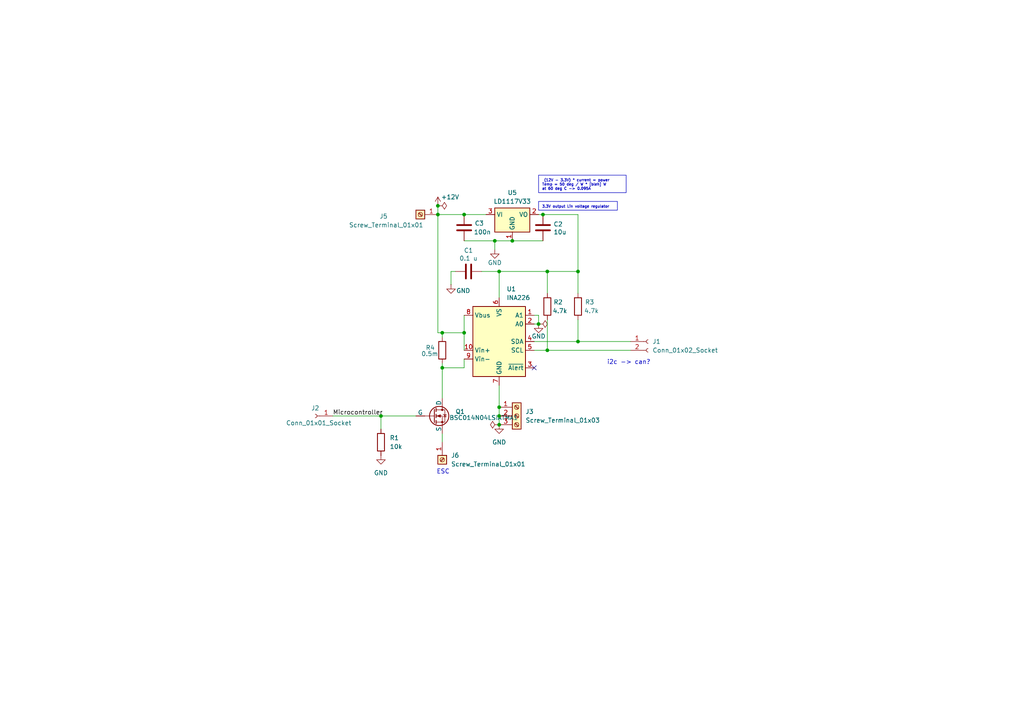
<source format=kicad_sch>
(kicad_sch
	(version 20250114)
	(generator "eeschema")
	(generator_version "9.0")
	(uuid "9c92b2d3-49aa-4246-8ad6-e420cc86bd14")
	(paper "A4")
	(lib_symbols
		(symbol "Connector:Conn_01x01_Socket"
			(pin_names
				(offset 1.016)
				(hide yes)
			)
			(exclude_from_sim no)
			(in_bom yes)
			(on_board yes)
			(property "Reference" "J"
				(at 0 2.54 0)
				(effects
					(font
						(size 1.27 1.27)
					)
				)
			)
			(property "Value" "Conn_01x01_Socket"
				(at 0 -2.54 0)
				(effects
					(font
						(size 1.27 1.27)
					)
				)
			)
			(property "Footprint" ""
				(at 0 0 0)
				(effects
					(font
						(size 1.27 1.27)
					)
					(hide yes)
				)
			)
			(property "Datasheet" "~"
				(at 0 0 0)
				(effects
					(font
						(size 1.27 1.27)
					)
					(hide yes)
				)
			)
			(property "Description" "Generic connector, single row, 01x01, script generated"
				(at 0 0 0)
				(effects
					(font
						(size 1.27 1.27)
					)
					(hide yes)
				)
			)
			(property "ki_locked" ""
				(at 0 0 0)
				(effects
					(font
						(size 1.27 1.27)
					)
				)
			)
			(property "ki_keywords" "connector"
				(at 0 0 0)
				(effects
					(font
						(size 1.27 1.27)
					)
					(hide yes)
				)
			)
			(property "ki_fp_filters" "Connector*:*_1x??_*"
				(at 0 0 0)
				(effects
					(font
						(size 1.27 1.27)
					)
					(hide yes)
				)
			)
			(symbol "Conn_01x01_Socket_1_1"
				(polyline
					(pts
						(xy -1.27 0) (xy -0.508 0)
					)
					(stroke
						(width 0.1524)
						(type default)
					)
					(fill
						(type none)
					)
				)
				(arc
					(start 0 -0.508)
					(mid -0.5058 0)
					(end 0 0.508)
					(stroke
						(width 0.1524)
						(type default)
					)
					(fill
						(type none)
					)
				)
				(pin passive line
					(at -5.08 0 0)
					(length 3.81)
					(name "Pin_1"
						(effects
							(font
								(size 1.27 1.27)
							)
						)
					)
					(number "1"
						(effects
							(font
								(size 1.27 1.27)
							)
						)
					)
				)
			)
			(embedded_fonts no)
		)
		(symbol "Connector:Conn_01x02_Socket"
			(pin_names
				(offset 1.016)
				(hide yes)
			)
			(exclude_from_sim no)
			(in_bom yes)
			(on_board yes)
			(property "Reference" "J"
				(at 0 2.54 0)
				(effects
					(font
						(size 1.27 1.27)
					)
				)
			)
			(property "Value" "Conn_01x02_Socket"
				(at 0 -5.08 0)
				(effects
					(font
						(size 1.27 1.27)
					)
				)
			)
			(property "Footprint" ""
				(at 0 0 0)
				(effects
					(font
						(size 1.27 1.27)
					)
					(hide yes)
				)
			)
			(property "Datasheet" "~"
				(at 0 0 0)
				(effects
					(font
						(size 1.27 1.27)
					)
					(hide yes)
				)
			)
			(property "Description" "Generic connector, single row, 01x02, script generated"
				(at 0 0 0)
				(effects
					(font
						(size 1.27 1.27)
					)
					(hide yes)
				)
			)
			(property "ki_locked" ""
				(at 0 0 0)
				(effects
					(font
						(size 1.27 1.27)
					)
				)
			)
			(property "ki_keywords" "connector"
				(at 0 0 0)
				(effects
					(font
						(size 1.27 1.27)
					)
					(hide yes)
				)
			)
			(property "ki_fp_filters" "Connector*:*_1x??_*"
				(at 0 0 0)
				(effects
					(font
						(size 1.27 1.27)
					)
					(hide yes)
				)
			)
			(symbol "Conn_01x02_Socket_1_1"
				(polyline
					(pts
						(xy -1.27 0) (xy -0.508 0)
					)
					(stroke
						(width 0.1524)
						(type default)
					)
					(fill
						(type none)
					)
				)
				(polyline
					(pts
						(xy -1.27 -2.54) (xy -0.508 -2.54)
					)
					(stroke
						(width 0.1524)
						(type default)
					)
					(fill
						(type none)
					)
				)
				(arc
					(start 0 -0.508)
					(mid -0.5058 0)
					(end 0 0.508)
					(stroke
						(width 0.1524)
						(type default)
					)
					(fill
						(type none)
					)
				)
				(arc
					(start 0 -3.048)
					(mid -0.5058 -2.54)
					(end 0 -2.032)
					(stroke
						(width 0.1524)
						(type default)
					)
					(fill
						(type none)
					)
				)
				(pin passive line
					(at -5.08 0 0)
					(length 3.81)
					(name "Pin_1"
						(effects
							(font
								(size 1.27 1.27)
							)
						)
					)
					(number "1"
						(effects
							(font
								(size 1.27 1.27)
							)
						)
					)
				)
				(pin passive line
					(at -5.08 -2.54 0)
					(length 3.81)
					(name "Pin_2"
						(effects
							(font
								(size 1.27 1.27)
							)
						)
					)
					(number "2"
						(effects
							(font
								(size 1.27 1.27)
							)
						)
					)
				)
			)
			(embedded_fonts no)
		)
		(symbol "Connector:Screw_Terminal_01x01"
			(pin_names
				(offset 1.016)
				(hide yes)
			)
			(exclude_from_sim no)
			(in_bom yes)
			(on_board yes)
			(property "Reference" "J"
				(at 0 2.54 0)
				(effects
					(font
						(size 1.27 1.27)
					)
				)
			)
			(property "Value" "Screw_Terminal_01x01"
				(at 0 -2.54 0)
				(effects
					(font
						(size 1.27 1.27)
					)
				)
			)
			(property "Footprint" ""
				(at 0 0 0)
				(effects
					(font
						(size 1.27 1.27)
					)
					(hide yes)
				)
			)
			(property "Datasheet" "~"
				(at 0 0 0)
				(effects
					(font
						(size 1.27 1.27)
					)
					(hide yes)
				)
			)
			(property "Description" "Generic screw terminal, single row, 01x01, script generated (kicad-library-utils/schlib/autogen/connector/)"
				(at 0 0 0)
				(effects
					(font
						(size 1.27 1.27)
					)
					(hide yes)
				)
			)
			(property "ki_keywords" "screw terminal"
				(at 0 0 0)
				(effects
					(font
						(size 1.27 1.27)
					)
					(hide yes)
				)
			)
			(property "ki_fp_filters" "TerminalBlock*:*"
				(at 0 0 0)
				(effects
					(font
						(size 1.27 1.27)
					)
					(hide yes)
				)
			)
			(symbol "Screw_Terminal_01x01_1_1"
				(rectangle
					(start -1.27 1.27)
					(end 1.27 -1.27)
					(stroke
						(width 0.254)
						(type default)
					)
					(fill
						(type background)
					)
				)
				(polyline
					(pts
						(xy -0.5334 0.3302) (xy 0.3302 -0.508)
					)
					(stroke
						(width 0.1524)
						(type default)
					)
					(fill
						(type none)
					)
				)
				(polyline
					(pts
						(xy -0.3556 0.508) (xy 0.508 -0.3302)
					)
					(stroke
						(width 0.1524)
						(type default)
					)
					(fill
						(type none)
					)
				)
				(circle
					(center 0 0)
					(radius 0.635)
					(stroke
						(width 0.1524)
						(type default)
					)
					(fill
						(type none)
					)
				)
				(pin passive line
					(at -5.08 0 0)
					(length 3.81)
					(name "Pin_1"
						(effects
							(font
								(size 1.27 1.27)
							)
						)
					)
					(number "1"
						(effects
							(font
								(size 1.27 1.27)
							)
						)
					)
				)
			)
			(embedded_fonts no)
		)
		(symbol "Connector:Screw_Terminal_01x03"
			(pin_names
				(offset 1.016)
				(hide yes)
			)
			(exclude_from_sim no)
			(in_bom yes)
			(on_board yes)
			(property "Reference" "J"
				(at 0 5.08 0)
				(effects
					(font
						(size 1.27 1.27)
					)
				)
			)
			(property "Value" "Screw_Terminal_01x03"
				(at 0 -5.08 0)
				(effects
					(font
						(size 1.27 1.27)
					)
				)
			)
			(property "Footprint" ""
				(at 0 0 0)
				(effects
					(font
						(size 1.27 1.27)
					)
					(hide yes)
				)
			)
			(property "Datasheet" "~"
				(at 0 0 0)
				(effects
					(font
						(size 1.27 1.27)
					)
					(hide yes)
				)
			)
			(property "Description" "Generic screw terminal, single row, 01x03, script generated (kicad-library-utils/schlib/autogen/connector/)"
				(at 0 0 0)
				(effects
					(font
						(size 1.27 1.27)
					)
					(hide yes)
				)
			)
			(property "ki_keywords" "screw terminal"
				(at 0 0 0)
				(effects
					(font
						(size 1.27 1.27)
					)
					(hide yes)
				)
			)
			(property "ki_fp_filters" "TerminalBlock*:*"
				(at 0 0 0)
				(effects
					(font
						(size 1.27 1.27)
					)
					(hide yes)
				)
			)
			(symbol "Screw_Terminal_01x03_1_1"
				(rectangle
					(start -1.27 3.81)
					(end 1.27 -3.81)
					(stroke
						(width 0.254)
						(type default)
					)
					(fill
						(type background)
					)
				)
				(polyline
					(pts
						(xy -0.5334 2.8702) (xy 0.3302 2.032)
					)
					(stroke
						(width 0.1524)
						(type default)
					)
					(fill
						(type none)
					)
				)
				(polyline
					(pts
						(xy -0.5334 0.3302) (xy 0.3302 -0.508)
					)
					(stroke
						(width 0.1524)
						(type default)
					)
					(fill
						(type none)
					)
				)
				(polyline
					(pts
						(xy -0.5334 -2.2098) (xy 0.3302 -3.048)
					)
					(stroke
						(width 0.1524)
						(type default)
					)
					(fill
						(type none)
					)
				)
				(polyline
					(pts
						(xy -0.3556 3.048) (xy 0.508 2.2098)
					)
					(stroke
						(width 0.1524)
						(type default)
					)
					(fill
						(type none)
					)
				)
				(polyline
					(pts
						(xy -0.3556 0.508) (xy 0.508 -0.3302)
					)
					(stroke
						(width 0.1524)
						(type default)
					)
					(fill
						(type none)
					)
				)
				(polyline
					(pts
						(xy -0.3556 -2.032) (xy 0.508 -2.8702)
					)
					(stroke
						(width 0.1524)
						(type default)
					)
					(fill
						(type none)
					)
				)
				(circle
					(center 0 2.54)
					(radius 0.635)
					(stroke
						(width 0.1524)
						(type default)
					)
					(fill
						(type none)
					)
				)
				(circle
					(center 0 0)
					(radius 0.635)
					(stroke
						(width 0.1524)
						(type default)
					)
					(fill
						(type none)
					)
				)
				(circle
					(center 0 -2.54)
					(radius 0.635)
					(stroke
						(width 0.1524)
						(type default)
					)
					(fill
						(type none)
					)
				)
				(pin passive line
					(at -5.08 2.54 0)
					(length 3.81)
					(name "Pin_1"
						(effects
							(font
								(size 1.27 1.27)
							)
						)
					)
					(number "1"
						(effects
							(font
								(size 1.27 1.27)
							)
						)
					)
				)
				(pin passive line
					(at -5.08 0 0)
					(length 3.81)
					(name "Pin_2"
						(effects
							(font
								(size 1.27 1.27)
							)
						)
					)
					(number "2"
						(effects
							(font
								(size 1.27 1.27)
							)
						)
					)
				)
				(pin passive line
					(at -5.08 -2.54 0)
					(length 3.81)
					(name "Pin_3"
						(effects
							(font
								(size 1.27 1.27)
							)
						)
					)
					(number "3"
						(effects
							(font
								(size 1.27 1.27)
							)
						)
					)
				)
			)
			(embedded_fonts no)
		)
		(symbol "Device:C"
			(pin_numbers
				(hide yes)
			)
			(pin_names
				(offset 0.254)
			)
			(exclude_from_sim no)
			(in_bom yes)
			(on_board yes)
			(property "Reference" "C"
				(at 0.635 2.54 0)
				(effects
					(font
						(size 1.27 1.27)
					)
					(justify left)
				)
			)
			(property "Value" "C"
				(at 0.635 -2.54 0)
				(effects
					(font
						(size 1.27 1.27)
					)
					(justify left)
				)
			)
			(property "Footprint" ""
				(at 0.9652 -3.81 0)
				(effects
					(font
						(size 1.27 1.27)
					)
					(hide yes)
				)
			)
			(property "Datasheet" "~"
				(at 0 0 0)
				(effects
					(font
						(size 1.27 1.27)
					)
					(hide yes)
				)
			)
			(property "Description" "Unpolarized capacitor"
				(at 0 0 0)
				(effects
					(font
						(size 1.27 1.27)
					)
					(hide yes)
				)
			)
			(property "ki_keywords" "cap capacitor"
				(at 0 0 0)
				(effects
					(font
						(size 1.27 1.27)
					)
					(hide yes)
				)
			)
			(property "ki_fp_filters" "C_*"
				(at 0 0 0)
				(effects
					(font
						(size 1.27 1.27)
					)
					(hide yes)
				)
			)
			(symbol "C_0_1"
				(polyline
					(pts
						(xy -2.032 0.762) (xy 2.032 0.762)
					)
					(stroke
						(width 0.508)
						(type default)
					)
					(fill
						(type none)
					)
				)
				(polyline
					(pts
						(xy -2.032 -0.762) (xy 2.032 -0.762)
					)
					(stroke
						(width 0.508)
						(type default)
					)
					(fill
						(type none)
					)
				)
			)
			(symbol "C_1_1"
				(pin passive line
					(at 0 3.81 270)
					(length 2.794)
					(name "~"
						(effects
							(font
								(size 1.27 1.27)
							)
						)
					)
					(number "1"
						(effects
							(font
								(size 1.27 1.27)
							)
						)
					)
				)
				(pin passive line
					(at 0 -3.81 90)
					(length 2.794)
					(name "~"
						(effects
							(font
								(size 1.27 1.27)
							)
						)
					)
					(number "2"
						(effects
							(font
								(size 1.27 1.27)
							)
						)
					)
				)
			)
			(embedded_fonts no)
		)
		(symbol "Device:R"
			(pin_numbers
				(hide yes)
			)
			(pin_names
				(offset 0)
			)
			(exclude_from_sim no)
			(in_bom yes)
			(on_board yes)
			(property "Reference" "R"
				(at 2.032 0 90)
				(effects
					(font
						(size 1.27 1.27)
					)
				)
			)
			(property "Value" "R"
				(at 0 0 90)
				(effects
					(font
						(size 1.27 1.27)
					)
				)
			)
			(property "Footprint" ""
				(at -1.778 0 90)
				(effects
					(font
						(size 1.27 1.27)
					)
					(hide yes)
				)
			)
			(property "Datasheet" "~"
				(at 0 0 0)
				(effects
					(font
						(size 1.27 1.27)
					)
					(hide yes)
				)
			)
			(property "Description" "Resistor"
				(at 0 0 0)
				(effects
					(font
						(size 1.27 1.27)
					)
					(hide yes)
				)
			)
			(property "ki_keywords" "R res resistor"
				(at 0 0 0)
				(effects
					(font
						(size 1.27 1.27)
					)
					(hide yes)
				)
			)
			(property "ki_fp_filters" "R_*"
				(at 0 0 0)
				(effects
					(font
						(size 1.27 1.27)
					)
					(hide yes)
				)
			)
			(symbol "R_0_1"
				(rectangle
					(start -1.016 -2.54)
					(end 1.016 2.54)
					(stroke
						(width 0.254)
						(type default)
					)
					(fill
						(type none)
					)
				)
			)
			(symbol "R_1_1"
				(pin passive line
					(at 0 3.81 270)
					(length 1.27)
					(name "~"
						(effects
							(font
								(size 1.27 1.27)
							)
						)
					)
					(number "1"
						(effects
							(font
								(size 1.27 1.27)
							)
						)
					)
				)
				(pin passive line
					(at 0 -3.81 90)
					(length 1.27)
					(name "~"
						(effects
							(font
								(size 1.27 1.27)
							)
						)
					)
					(number "2"
						(effects
							(font
								(size 1.27 1.27)
							)
						)
					)
				)
			)
			(embedded_fonts no)
		)
		(symbol "Regulator_Linear:LD1117V33"
			(exclude_from_sim no)
			(in_bom yes)
			(on_board yes)
			(property "Reference" "U"
				(at -3.81 3.175 0)
				(effects
					(font
						(size 1.27 1.27)
					)
				)
			)
			(property "Value" "LD1117V33"
				(at 0 3.175 0)
				(effects
					(font
						(size 1.27 1.27)
					)
					(justify left)
				)
			)
			(property "Footprint" "Package_TO_SOT_THT:TO-220-3_Vertical"
				(at 0 5.08 0)
				(effects
					(font
						(size 1.27 1.27)
					)
					(hide yes)
				)
			)
			(property "Datasheet" "https://www.st.com/resource/en/datasheet/ld1117.pdf"
				(at 2.54 -6.35 0)
				(effects
					(font
						(size 1.27 1.27)
					)
					(hide yes)
				)
			)
			(property "Description" "800 mA Fixed Low Drop Positive Voltage Regulator (ldo). Max input 15V. Fixed Output 3.3V. TO-220-3"
				(at 0 0 0)
				(effects
					(font
						(size 1.27 1.27)
					)
					(hide yes)
				)
			)
			(property "ki_keywords" "low-dropout-regulator ldo"
				(at 0 0 0)
				(effects
					(font
						(size 1.27 1.27)
					)
					(hide yes)
				)
			)
			(property "ki_fp_filters" "*TO?220*"
				(at 0 0 0)
				(effects
					(font
						(size 1.27 1.27)
					)
					(hide yes)
				)
			)
			(symbol "LD1117V33_0_1"
				(rectangle
					(start -5.08 -5.08)
					(end 5.08 1.905)
					(stroke
						(width 0.254)
						(type default)
					)
					(fill
						(type background)
					)
				)
			)
			(symbol "LD1117V33_1_1"
				(pin power_in line
					(at -7.62 0 0)
					(length 2.54)
					(name "VI"
						(effects
							(font
								(size 1.27 1.27)
							)
						)
					)
					(number "3"
						(effects
							(font
								(size 1.27 1.27)
							)
						)
					)
				)
				(pin power_in line
					(at 0 -7.62 90)
					(length 2.54)
					(name "GND"
						(effects
							(font
								(size 1.27 1.27)
							)
						)
					)
					(number "1"
						(effects
							(font
								(size 1.27 1.27)
							)
						)
					)
				)
				(pin power_out line
					(at 7.62 0 180)
					(length 2.54)
					(name "VO"
						(effects
							(font
								(size 1.27 1.27)
							)
						)
					)
					(number "2"
						(effects
							(font
								(size 1.27 1.27)
							)
						)
					)
				)
			)
			(embedded_fonts no)
		)
		(symbol "Sensor_Energy:INA226"
			(exclude_from_sim no)
			(in_bom yes)
			(on_board yes)
			(property "Reference" "U"
				(at -6.35 11.43 0)
				(effects
					(font
						(size 1.27 1.27)
					)
				)
			)
			(property "Value" "INA226"
				(at 3.81 11.43 0)
				(effects
					(font
						(size 1.27 1.27)
					)
				)
			)
			(property "Footprint" "Package_SO:VSSOP-10_3x3mm_P0.5mm"
				(at 20.32 -11.43 0)
				(effects
					(font
						(size 1.27 1.27)
					)
					(hide yes)
				)
			)
			(property "Datasheet" "http://www.ti.com/lit/ds/symlink/ina226.pdf"
				(at 8.89 -2.54 0)
				(effects
					(font
						(size 1.27 1.27)
					)
					(hide yes)
				)
			)
			(property "Description" "High-Side or Low-Side Measurement, Bi-Directional Current and Power Monitor (0-36V) with I2C Compatible Interface, VSSOP-10"
				(at 0 0 0)
				(effects
					(font
						(size 1.27 1.27)
					)
					(hide yes)
				)
			)
			(property "ki_keywords" "ADC I2C 16-Bit Oversampling Current Shunt"
				(at 0 0 0)
				(effects
					(font
						(size 1.27 1.27)
					)
					(hide yes)
				)
			)
			(property "ki_fp_filters" "VSSOP*3x3mm*P0.5mm*"
				(at 0 0 0)
				(effects
					(font
						(size 1.27 1.27)
					)
					(hide yes)
				)
			)
			(symbol "INA226_0_1"
				(rectangle
					(start 7.62 10.16)
					(end -7.62 -10.16)
					(stroke
						(width 0.254)
						(type default)
					)
					(fill
						(type background)
					)
				)
			)
			(symbol "INA226_1_1"
				(pin input line
					(at -10.16 7.62 0)
					(length 2.54)
					(name "Vbus"
						(effects
							(font
								(size 1.27 1.27)
							)
						)
					)
					(number "8"
						(effects
							(font
								(size 1.27 1.27)
							)
						)
					)
				)
				(pin input line
					(at -10.16 -2.54 0)
					(length 2.54)
					(name "Vin+"
						(effects
							(font
								(size 1.27 1.27)
							)
						)
					)
					(number "10"
						(effects
							(font
								(size 1.27 1.27)
							)
						)
					)
				)
				(pin input line
					(at -10.16 -5.08 0)
					(length 2.54)
					(name "Vin-"
						(effects
							(font
								(size 1.27 1.27)
							)
						)
					)
					(number "9"
						(effects
							(font
								(size 1.27 1.27)
							)
						)
					)
				)
				(pin power_in line
					(at 0 12.7 270)
					(length 2.54)
					(name "VS"
						(effects
							(font
								(size 1.27 1.27)
							)
						)
					)
					(number "6"
						(effects
							(font
								(size 1.27 1.27)
							)
						)
					)
				)
				(pin power_in line
					(at 0 -12.7 90)
					(length 2.54)
					(name "GND"
						(effects
							(font
								(size 1.27 1.27)
							)
						)
					)
					(number "7"
						(effects
							(font
								(size 1.27 1.27)
							)
						)
					)
				)
				(pin input line
					(at 10.16 7.62 180)
					(length 2.54)
					(name "A1"
						(effects
							(font
								(size 1.27 1.27)
							)
						)
					)
					(number "1"
						(effects
							(font
								(size 1.27 1.27)
							)
						)
					)
				)
				(pin input line
					(at 10.16 5.08 180)
					(length 2.54)
					(name "A0"
						(effects
							(font
								(size 1.27 1.27)
							)
						)
					)
					(number "2"
						(effects
							(font
								(size 1.27 1.27)
							)
						)
					)
				)
				(pin bidirectional line
					(at 10.16 0 180)
					(length 2.54)
					(name "SDA"
						(effects
							(font
								(size 1.27 1.27)
							)
						)
					)
					(number "4"
						(effects
							(font
								(size 1.27 1.27)
							)
						)
					)
				)
				(pin input line
					(at 10.16 -2.54 180)
					(length 2.54)
					(name "SCL"
						(effects
							(font
								(size 1.27 1.27)
							)
						)
					)
					(number "5"
						(effects
							(font
								(size 1.27 1.27)
							)
						)
					)
				)
				(pin open_collector line
					(at 10.16 -7.62 180)
					(length 2.54)
					(name "~{Alert}"
						(effects
							(font
								(size 1.27 1.27)
							)
						)
					)
					(number "3"
						(effects
							(font
								(size 1.27 1.27)
							)
						)
					)
				)
			)
			(embedded_fonts no)
		)
		(symbol "Simulation_SPICE:NMOS"
			(pin_numbers
				(hide yes)
			)
			(pin_names
				(offset 0)
			)
			(exclude_from_sim no)
			(in_bom yes)
			(on_board yes)
			(property "Reference" "Q"
				(at 5.08 1.27 0)
				(effects
					(font
						(size 1.27 1.27)
					)
					(justify left)
				)
			)
			(property "Value" "NMOS"
				(at 5.08 -1.27 0)
				(effects
					(font
						(size 1.27 1.27)
					)
					(justify left)
				)
			)
			(property "Footprint" ""
				(at 5.08 2.54 0)
				(effects
					(font
						(size 1.27 1.27)
					)
					(hide yes)
				)
			)
			(property "Datasheet" "https://ngspice.sourceforge.io/docs/ngspice-html-manual/manual.xhtml#cha_MOSFETs"
				(at 0 -12.7 0)
				(effects
					(font
						(size 1.27 1.27)
					)
					(hide yes)
				)
			)
			(property "Description" "N-MOSFET transistor, drain/source/gate"
				(at 0 0 0)
				(effects
					(font
						(size 1.27 1.27)
					)
					(hide yes)
				)
			)
			(property "Sim.Device" "NMOS"
				(at 0 -17.145 0)
				(effects
					(font
						(size 1.27 1.27)
					)
					(hide yes)
				)
			)
			(property "Sim.Type" "VDMOS"
				(at 0 -19.05 0)
				(effects
					(font
						(size 1.27 1.27)
					)
					(hide yes)
				)
			)
			(property "Sim.Pins" "1=D 2=G 3=S"
				(at 0 -15.24 0)
				(effects
					(font
						(size 1.27 1.27)
					)
					(hide yes)
				)
			)
			(property "ki_keywords" "transistor NMOS N-MOS N-MOSFET simulation"
				(at 0 0 0)
				(effects
					(font
						(size 1.27 1.27)
					)
					(hide yes)
				)
			)
			(symbol "NMOS_0_1"
				(polyline
					(pts
						(xy 0.254 1.905) (xy 0.254 -1.905)
					)
					(stroke
						(width 0.254)
						(type default)
					)
					(fill
						(type none)
					)
				)
				(polyline
					(pts
						(xy 0.254 0) (xy -2.54 0)
					)
					(stroke
						(width 0)
						(type default)
					)
					(fill
						(type none)
					)
				)
				(polyline
					(pts
						(xy 0.762 2.286) (xy 0.762 1.27)
					)
					(stroke
						(width 0.254)
						(type default)
					)
					(fill
						(type none)
					)
				)
				(polyline
					(pts
						(xy 0.762 0.508) (xy 0.762 -0.508)
					)
					(stroke
						(width 0.254)
						(type default)
					)
					(fill
						(type none)
					)
				)
				(polyline
					(pts
						(xy 0.762 -1.27) (xy 0.762 -2.286)
					)
					(stroke
						(width 0.254)
						(type default)
					)
					(fill
						(type none)
					)
				)
				(polyline
					(pts
						(xy 0.762 -1.778) (xy 3.302 -1.778) (xy 3.302 1.778) (xy 0.762 1.778)
					)
					(stroke
						(width 0)
						(type default)
					)
					(fill
						(type none)
					)
				)
				(polyline
					(pts
						(xy 1.016 0) (xy 2.032 0.381) (xy 2.032 -0.381) (xy 1.016 0)
					)
					(stroke
						(width 0)
						(type default)
					)
					(fill
						(type outline)
					)
				)
				(circle
					(center 1.651 0)
					(radius 2.794)
					(stroke
						(width 0.254)
						(type default)
					)
					(fill
						(type none)
					)
				)
				(polyline
					(pts
						(xy 2.54 2.54) (xy 2.54 1.778)
					)
					(stroke
						(width 0)
						(type default)
					)
					(fill
						(type none)
					)
				)
				(circle
					(center 2.54 1.778)
					(radius 0.254)
					(stroke
						(width 0)
						(type default)
					)
					(fill
						(type outline)
					)
				)
				(circle
					(center 2.54 -1.778)
					(radius 0.254)
					(stroke
						(width 0)
						(type default)
					)
					(fill
						(type outline)
					)
				)
				(polyline
					(pts
						(xy 2.54 -2.54) (xy 2.54 0) (xy 0.762 0)
					)
					(stroke
						(width 0)
						(type default)
					)
					(fill
						(type none)
					)
				)
				(polyline
					(pts
						(xy 2.794 0.508) (xy 2.921 0.381) (xy 3.683 0.381) (xy 3.81 0.254)
					)
					(stroke
						(width 0)
						(type default)
					)
					(fill
						(type none)
					)
				)
				(polyline
					(pts
						(xy 3.302 0.381) (xy 2.921 -0.254) (xy 3.683 -0.254) (xy 3.302 0.381)
					)
					(stroke
						(width 0)
						(type default)
					)
					(fill
						(type none)
					)
				)
			)
			(symbol "NMOS_1_1"
				(pin input line
					(at -5.08 0 0)
					(length 2.54)
					(name "G"
						(effects
							(font
								(size 1.27 1.27)
							)
						)
					)
					(number "2"
						(effects
							(font
								(size 1.27 1.27)
							)
						)
					)
				)
				(pin passive line
					(at 2.54 5.08 270)
					(length 2.54)
					(name "D"
						(effects
							(font
								(size 1.27 1.27)
							)
						)
					)
					(number "1"
						(effects
							(font
								(size 1.27 1.27)
							)
						)
					)
				)
				(pin passive line
					(at 2.54 -5.08 90)
					(length 2.54)
					(name "S"
						(effects
							(font
								(size 1.27 1.27)
							)
						)
					)
					(number "3"
						(effects
							(font
								(size 1.27 1.27)
							)
						)
					)
				)
			)
			(embedded_fonts no)
		)
		(symbol "power:+12V"
			(power)
			(pin_numbers
				(hide yes)
			)
			(pin_names
				(offset 0)
				(hide yes)
			)
			(exclude_from_sim no)
			(in_bom yes)
			(on_board yes)
			(property "Reference" "#PWR"
				(at 0 -3.81 0)
				(effects
					(font
						(size 1.27 1.27)
					)
					(hide yes)
				)
			)
			(property "Value" "+12V"
				(at 0 3.556 0)
				(effects
					(font
						(size 1.27 1.27)
					)
				)
			)
			(property "Footprint" ""
				(at 0 0 0)
				(effects
					(font
						(size 1.27 1.27)
					)
					(hide yes)
				)
			)
			(property "Datasheet" ""
				(at 0 0 0)
				(effects
					(font
						(size 1.27 1.27)
					)
					(hide yes)
				)
			)
			(property "Description" "Power symbol creates a global label with name \"+12V\""
				(at 0 0 0)
				(effects
					(font
						(size 1.27 1.27)
					)
					(hide yes)
				)
			)
			(property "ki_keywords" "global power"
				(at 0 0 0)
				(effects
					(font
						(size 1.27 1.27)
					)
					(hide yes)
				)
			)
			(symbol "+12V_0_1"
				(polyline
					(pts
						(xy -0.762 1.27) (xy 0 2.54)
					)
					(stroke
						(width 0)
						(type default)
					)
					(fill
						(type none)
					)
				)
				(polyline
					(pts
						(xy 0 2.54) (xy 0.762 1.27)
					)
					(stroke
						(width 0)
						(type default)
					)
					(fill
						(type none)
					)
				)
				(polyline
					(pts
						(xy 0 0) (xy 0 2.54)
					)
					(stroke
						(width 0)
						(type default)
					)
					(fill
						(type none)
					)
				)
			)
			(symbol "+12V_1_1"
				(pin power_in line
					(at 0 0 90)
					(length 0)
					(name "~"
						(effects
							(font
								(size 1.27 1.27)
							)
						)
					)
					(number "1"
						(effects
							(font
								(size 1.27 1.27)
							)
						)
					)
				)
			)
			(embedded_fonts no)
		)
		(symbol "power:GND"
			(power)
			(pin_numbers
				(hide yes)
			)
			(pin_names
				(offset 0)
				(hide yes)
			)
			(exclude_from_sim no)
			(in_bom yes)
			(on_board yes)
			(property "Reference" "#PWR"
				(at 0 -6.35 0)
				(effects
					(font
						(size 1.27 1.27)
					)
					(hide yes)
				)
			)
			(property "Value" "GND"
				(at 0 -3.81 0)
				(effects
					(font
						(size 1.27 1.27)
					)
				)
			)
			(property "Footprint" ""
				(at 0 0 0)
				(effects
					(font
						(size 1.27 1.27)
					)
					(hide yes)
				)
			)
			(property "Datasheet" ""
				(at 0 0 0)
				(effects
					(font
						(size 1.27 1.27)
					)
					(hide yes)
				)
			)
			(property "Description" "Power symbol creates a global label with name \"GND\" , ground"
				(at 0 0 0)
				(effects
					(font
						(size 1.27 1.27)
					)
					(hide yes)
				)
			)
			(property "ki_keywords" "global power"
				(at 0 0 0)
				(effects
					(font
						(size 1.27 1.27)
					)
					(hide yes)
				)
			)
			(symbol "GND_0_1"
				(polyline
					(pts
						(xy 0 0) (xy 0 -1.27) (xy 1.27 -1.27) (xy 0 -2.54) (xy -1.27 -1.27) (xy 0 -1.27)
					)
					(stroke
						(width 0)
						(type default)
					)
					(fill
						(type none)
					)
				)
			)
			(symbol "GND_1_1"
				(pin power_in line
					(at 0 0 270)
					(length 0)
					(name "~"
						(effects
							(font
								(size 1.27 1.27)
							)
						)
					)
					(number "1"
						(effects
							(font
								(size 1.27 1.27)
							)
						)
					)
				)
			)
			(embedded_fonts no)
		)
		(symbol "power:PWR_FLAG"
			(power)
			(pin_numbers
				(hide yes)
			)
			(pin_names
				(offset 0)
				(hide yes)
			)
			(exclude_from_sim no)
			(in_bom yes)
			(on_board yes)
			(property "Reference" "#FLG"
				(at 0 1.905 0)
				(effects
					(font
						(size 1.27 1.27)
					)
					(hide yes)
				)
			)
			(property "Value" "PWR_FLAG"
				(at 0 3.81 0)
				(effects
					(font
						(size 1.27 1.27)
					)
				)
			)
			(property "Footprint" ""
				(at 0 0 0)
				(effects
					(font
						(size 1.27 1.27)
					)
					(hide yes)
				)
			)
			(property "Datasheet" "~"
				(at 0 0 0)
				(effects
					(font
						(size 1.27 1.27)
					)
					(hide yes)
				)
			)
			(property "Description" "Special symbol for telling ERC where power comes from"
				(at 0 0 0)
				(effects
					(font
						(size 1.27 1.27)
					)
					(hide yes)
				)
			)
			(property "ki_keywords" "flag power"
				(at 0 0 0)
				(effects
					(font
						(size 1.27 1.27)
					)
					(hide yes)
				)
			)
			(symbol "PWR_FLAG_0_0"
				(pin power_out line
					(at 0 0 90)
					(length 0)
					(name "~"
						(effects
							(font
								(size 1.27 1.27)
							)
						)
					)
					(number "1"
						(effects
							(font
								(size 1.27 1.27)
							)
						)
					)
				)
			)
			(symbol "PWR_FLAG_0_1"
				(polyline
					(pts
						(xy 0 0) (xy 0 1.27) (xy -1.016 1.905) (xy 0 2.54) (xy 1.016 1.905) (xy 0 1.27)
					)
					(stroke
						(width 0)
						(type default)
					)
					(fill
						(type none)
					)
				)
			)
			(embedded_fonts no)
		)
	)
	(text "i2c -> can?\n"
		(exclude_from_sim no)
		(at 182.372 105.156 0)
		(effects
			(font
				(size 1.27 1.27)
			)
		)
		(uuid "52961a71-e6f7-411c-94ab-b11bf1004af0")
	)
	(text "ESC\n"
		(exclude_from_sim no)
		(at 128.524 136.906 0)
		(effects
			(font
				(size 1.27 1.27)
			)
		)
		(uuid "b0d3e8a9-0803-48a5-8579-45fca2f588e4")
	)
	(text_box " (12V - 3.3V) * current = power \nTemp = 50 deg / W * [bleh] W\nat 60 deg C -> 0.095A \n"
		(exclude_from_sim no)
		(at 156.21 50.8 0)
		(size 25.4 5.08)
		(margins 0.9525 0.9525 0.9525 0.9525)
		(stroke
			(width 0)
			(type solid)
		)
		(fill
			(type none)
		)
		(effects
			(font
				(size 0.762 0.762)
			)
			(justify left top)
		)
		(uuid "566aa729-a6b2-4eff-9a4a-70ec092be3af")
	)
	(text_box "3.3V output Lin voltage regulator"
		(exclude_from_sim no)
		(at 156.21 58.42 0)
		(size 22.86 2.54)
		(margins 0.9525 0.9525 0.9525 0.9525)
		(stroke
			(width 0)
			(type solid)
		)
		(fill
			(type none)
		)
		(effects
			(font
				(size 0.762 0.762)
			)
			(justify left top)
		)
		(uuid "d6cae1d3-86ec-4fe7-b2e8-def360534134")
	)
	(junction
		(at 144.78 118.11)
		(diameter 0)
		(color 0 0 0 0)
		(uuid "0dc1044b-94b9-4479-9ef9-14480e0f7686")
	)
	(junction
		(at 167.64 78.74)
		(diameter 0)
		(color 0 0 0 0)
		(uuid "10a74dfa-e76f-4a01-bf06-a9a478890b88")
	)
	(junction
		(at 128.27 96.52)
		(diameter 0)
		(color 0 0 0 0)
		(uuid "169bd91d-fb7a-4a4e-929a-3281d7b270e5")
	)
	(junction
		(at 127 59.69)
		(diameter 0)
		(color 0 0 0 0)
		(uuid "20dac671-ca64-4feb-9085-71b2936a6e2d")
	)
	(junction
		(at 148.59 69.85)
		(diameter 0)
		(color 0 0 0 0)
		(uuid "24338c7d-1866-4080-98da-41fea2862c2b")
	)
	(junction
		(at 143.51 69.85)
		(diameter 0)
		(color 0 0 0 0)
		(uuid "36598db5-d4f2-474c-a787-97e764d0f223")
	)
	(junction
		(at 134.62 62.23)
		(diameter 0)
		(color 0 0 0 0)
		(uuid "421042a1-b81c-4160-a8b7-7c6dd60d8490")
	)
	(junction
		(at 144.78 78.74)
		(diameter 0)
		(color 0 0 0 0)
		(uuid "57351867-b89b-42d5-9774-5b0ec824b02c")
	)
	(junction
		(at 144.78 123.19)
		(diameter 0)
		(color 0 0 0 0)
		(uuid "579c7f30-c25a-4020-9d0a-ac0f29eda9ff")
	)
	(junction
		(at 144.78 120.65)
		(diameter 0)
		(color 0 0 0 0)
		(uuid "5ac50280-9705-48b1-a227-f309b2bd6901")
	)
	(junction
		(at 156.21 93.98)
		(diameter 0)
		(color 0 0 0 0)
		(uuid "5bc2d3cf-4d19-4b41-bf09-9c43992b3e8b")
	)
	(junction
		(at 128.27 106.68)
		(diameter 0)
		(color 0 0 0 0)
		(uuid "64a3ac87-1101-4257-80b0-1a233b99e83a")
	)
	(junction
		(at 134.62 96.52)
		(diameter 0)
		(color 0 0 0 0)
		(uuid "6984e72b-a4ec-4486-bdb7-f283dc3aece6")
	)
	(junction
		(at 157.48 62.23)
		(diameter 0)
		(color 0 0 0 0)
		(uuid "71c4c877-d406-4fb2-b037-a0e87af27e96")
	)
	(junction
		(at 167.64 99.06)
		(diameter 0)
		(color 0 0 0 0)
		(uuid "97dbaac1-c1b9-480e-bb92-a7067b731ba7")
	)
	(junction
		(at 127 62.23)
		(diameter 0)
		(color 0 0 0 0)
		(uuid "9c2eddaa-b647-4cf1-b246-841e7e467422")
	)
	(junction
		(at 110.49 120.65)
		(diameter 0)
		(color 0 0 0 0)
		(uuid "d5d355ea-5e42-478b-a44c-dd3fc846ba50")
	)
	(junction
		(at 158.75 78.74)
		(diameter 0)
		(color 0 0 0 0)
		(uuid "db1f5ec2-80c3-459a-b209-6f3bffea6a17")
	)
	(junction
		(at 158.75 101.6)
		(diameter 0)
		(color 0 0 0 0)
		(uuid "e16144ab-c541-4d98-a4a1-c2cd0c429bab")
	)
	(no_connect
		(at 154.94 106.68)
		(uuid "28006f2c-4a36-4d92-a09f-332400513561")
	)
	(wire
		(pts
			(xy 148.59 69.85) (xy 157.48 69.85)
		)
		(stroke
			(width 0)
			(type default)
		)
		(uuid "0812cbbe-5ea4-4933-9f96-03d751bb2b9b")
	)
	(wire
		(pts
			(xy 127 59.69) (xy 127 62.23)
		)
		(stroke
			(width 0)
			(type default)
		)
		(uuid "08ecaff7-87dc-444d-8807-ea45dfb11e01")
	)
	(wire
		(pts
			(xy 134.62 91.44) (xy 134.62 96.52)
		)
		(stroke
			(width 0)
			(type default)
		)
		(uuid "0daa4913-97b4-4540-8110-ce959ff34b4a")
	)
	(wire
		(pts
			(xy 158.75 101.6) (xy 182.88 101.6)
		)
		(stroke
			(width 0)
			(type default)
		)
		(uuid "134851c6-0245-40f5-8866-85c5c008b67c")
	)
	(wire
		(pts
			(xy 158.75 85.09) (xy 158.75 78.74)
		)
		(stroke
			(width 0)
			(type default)
		)
		(uuid "185626dd-3bd3-47e0-9c70-d3cc4b988f8f")
	)
	(wire
		(pts
			(xy 130.81 78.74) (xy 130.81 82.55)
		)
		(stroke
			(width 0)
			(type default)
		)
		(uuid "22dbc025-23d9-4a9f-8246-18aca43ce1a2")
	)
	(wire
		(pts
			(xy 134.62 69.85) (xy 143.51 69.85)
		)
		(stroke
			(width 0)
			(type default)
		)
		(uuid "2eb9205f-939f-40e8-9269-52f8441698b9")
	)
	(wire
		(pts
			(xy 134.62 62.23) (xy 140.97 62.23)
		)
		(stroke
			(width 0)
			(type default)
		)
		(uuid "3238fde9-0c14-46e2-83d1-0dc249dffb14")
	)
	(wire
		(pts
			(xy 127 62.23) (xy 127 96.52)
		)
		(stroke
			(width 0)
			(type default)
		)
		(uuid "343f9aea-014d-4edf-840d-66f740d23247")
	)
	(wire
		(pts
			(xy 128.27 125.73) (xy 128.27 128.27)
		)
		(stroke
			(width 0)
			(type default)
		)
		(uuid "39465061-a96f-4f31-9ef2-bad8b557f254")
	)
	(wire
		(pts
			(xy 127 96.52) (xy 128.27 96.52)
		)
		(stroke
			(width 0)
			(type default)
		)
		(uuid "43ac07da-c32f-4269-b44b-27b9c8ff9ff3")
	)
	(wire
		(pts
			(xy 154.94 99.06) (xy 167.64 99.06)
		)
		(stroke
			(width 0)
			(type default)
		)
		(uuid "50f775c6-684d-4cd5-b5b0-a1312b31097d")
	)
	(wire
		(pts
			(xy 143.51 72.39) (xy 143.51 69.85)
		)
		(stroke
			(width 0)
			(type default)
		)
		(uuid "513cda17-3899-4b12-aabc-0d799d8dd745")
	)
	(wire
		(pts
			(xy 144.78 111.76) (xy 144.78 118.11)
		)
		(stroke
			(width 0)
			(type default)
		)
		(uuid "55efd9d0-5040-4987-a58e-3a6843d869e2")
	)
	(wire
		(pts
			(xy 158.75 92.71) (xy 158.75 101.6)
		)
		(stroke
			(width 0)
			(type default)
		)
		(uuid "57172bcd-437a-4b42-9aab-5a284292b6ef")
	)
	(wire
		(pts
			(xy 128.27 96.52) (xy 134.62 96.52)
		)
		(stroke
			(width 0)
			(type default)
		)
		(uuid "5dae0af8-8e89-444f-b2ec-a7da3ea40822")
	)
	(wire
		(pts
			(xy 134.62 101.6) (xy 134.62 96.52)
		)
		(stroke
			(width 0)
			(type default)
		)
		(uuid "651bcf9f-dbf0-4885-837b-2d15078accba")
	)
	(wire
		(pts
			(xy 158.75 78.74) (xy 167.64 78.74)
		)
		(stroke
			(width 0)
			(type default)
		)
		(uuid "65af25ba-1d3c-42ff-a750-02215a73875d")
	)
	(wire
		(pts
			(xy 110.49 120.65) (xy 110.49 124.46)
		)
		(stroke
			(width 0)
			(type default)
		)
		(uuid "6761c112-2ca3-45df-9dd0-c4304e68f99f")
	)
	(wire
		(pts
			(xy 120.65 120.65) (xy 110.49 120.65)
		)
		(stroke
			(width 0)
			(type default)
		)
		(uuid "71964a8a-9d00-4e7a-a91b-e515ffdf99f1")
	)
	(wire
		(pts
			(xy 144.78 78.74) (xy 144.78 86.36)
		)
		(stroke
			(width 0)
			(type default)
		)
		(uuid "734181c6-f63e-4567-98bb-77139ab3de5f")
	)
	(wire
		(pts
			(xy 167.64 99.06) (xy 182.88 99.06)
		)
		(stroke
			(width 0)
			(type default)
		)
		(uuid "7d09f9ff-2d13-4e4d-b742-93be71eab6cb")
	)
	(wire
		(pts
			(xy 167.64 99.06) (xy 167.64 92.71)
		)
		(stroke
			(width 0)
			(type default)
		)
		(uuid "8088b199-6472-4e06-8424-612b0e1ff931")
	)
	(wire
		(pts
			(xy 134.62 106.68) (xy 134.62 104.14)
		)
		(stroke
			(width 0)
			(type default)
		)
		(uuid "82c87e51-5a1b-439c-a158-93093dbd94ca")
	)
	(wire
		(pts
			(xy 156.21 62.23) (xy 157.48 62.23)
		)
		(stroke
			(width 0)
			(type default)
		)
		(uuid "849bbfea-052f-45b5-9ac2-8cc879c14835")
	)
	(wire
		(pts
			(xy 144.78 78.74) (xy 139.7 78.74)
		)
		(stroke
			(width 0)
			(type default)
		)
		(uuid "8aa5ec55-3440-4505-906a-9cc45bc70286")
	)
	(wire
		(pts
			(xy 167.64 62.23) (xy 167.64 78.74)
		)
		(stroke
			(width 0)
			(type default)
		)
		(uuid "8aca5272-42a4-422e-822a-5e912a84e64a")
	)
	(wire
		(pts
			(xy 143.51 69.85) (xy 148.59 69.85)
		)
		(stroke
			(width 0)
			(type default)
		)
		(uuid "8eecc1c5-fb88-4268-b37f-bfff15655218")
	)
	(wire
		(pts
			(xy 156.21 91.44) (xy 156.21 93.98)
		)
		(stroke
			(width 0)
			(type default)
		)
		(uuid "a9b48686-167b-4dea-89cb-b673332b96b2")
	)
	(wire
		(pts
			(xy 128.27 106.68) (xy 128.27 115.57)
		)
		(stroke
			(width 0)
			(type default)
		)
		(uuid "ab184afa-7440-4e83-b108-41d6fc122786")
	)
	(wire
		(pts
			(xy 128.27 105.41) (xy 128.27 106.68)
		)
		(stroke
			(width 0)
			(type default)
		)
		(uuid "acaf238e-7f56-4283-a773-974aaacdebd1")
	)
	(wire
		(pts
			(xy 132.08 78.74) (xy 130.81 78.74)
		)
		(stroke
			(width 0)
			(type default)
		)
		(uuid "af7df698-812f-464d-a2d7-20d43cded513")
	)
	(wire
		(pts
			(xy 128.27 96.52) (xy 128.27 97.79)
		)
		(stroke
			(width 0)
			(type default)
		)
		(uuid "af9ba355-9e67-4878-88ed-c76761f55f4c")
	)
	(wire
		(pts
			(xy 144.78 78.74) (xy 158.75 78.74)
		)
		(stroke
			(width 0)
			(type default)
		)
		(uuid "b46209e9-5979-4edd-a059-3094ecafabf3")
	)
	(wire
		(pts
			(xy 128.27 106.68) (xy 134.62 106.68)
		)
		(stroke
			(width 0)
			(type default)
		)
		(uuid "cefeb3ee-f300-4083-9ddf-266e5600c29d")
	)
	(wire
		(pts
			(xy 127 62.23) (xy 134.62 62.23)
		)
		(stroke
			(width 0)
			(type default)
		)
		(uuid "cfa2ff2b-dd11-482a-8e4c-c198ef8943ea")
	)
	(wire
		(pts
			(xy 157.48 62.23) (xy 167.64 62.23)
		)
		(stroke
			(width 0)
			(type default)
		)
		(uuid "e3b5f2c2-3697-4ed5-aa58-f5fa03cebaad")
	)
	(wire
		(pts
			(xy 154.94 93.98) (xy 156.21 93.98)
		)
		(stroke
			(width 0)
			(type default)
		)
		(uuid "e3b83324-7c04-414c-a392-f90bce47cf02")
	)
	(wire
		(pts
			(xy 154.94 101.6) (xy 158.75 101.6)
		)
		(stroke
			(width 0)
			(type default)
		)
		(uuid "e591008b-83db-4c53-83e9-94302992a298")
	)
	(wire
		(pts
			(xy 144.78 118.11) (xy 144.78 120.65)
		)
		(stroke
			(width 0)
			(type default)
		)
		(uuid "ece43758-3001-4062-9aa6-46eb80bb0c69")
	)
	(wire
		(pts
			(xy 144.78 120.65) (xy 144.78 123.19)
		)
		(stroke
			(width 0)
			(type default)
		)
		(uuid "f6e7d93f-ed5e-48f9-8109-bd623c50197a")
	)
	(wire
		(pts
			(xy 167.64 78.74) (xy 167.64 85.09)
		)
		(stroke
			(width 0)
			(type default)
		)
		(uuid "f731b5de-3b06-44c6-a4cd-3e833ae3c2b3")
	)
	(wire
		(pts
			(xy 154.94 91.44) (xy 156.21 91.44)
		)
		(stroke
			(width 0)
			(type default)
		)
		(uuid "f9123682-cc33-4b43-9c35-d738d57a80f3")
	)
	(wire
		(pts
			(xy 96.52 120.65) (xy 110.49 120.65)
		)
		(stroke
			(width 0)
			(type default)
		)
		(uuid "fa87e1cd-57b3-4a7f-9e73-8731e1812c86")
	)
	(label "Microcontroller"
		(at 96.52 120.65 0)
		(effects
			(font
				(size 1.27 1.27)
			)
			(justify left bottom)
		)
		(uuid "fad4d5bc-861f-4466-94de-47a94ec96596")
	)
	(symbol
		(lib_id "Connector:Conn_01x01_Socket")
		(at 91.44 120.65 180)
		(unit 1)
		(exclude_from_sim no)
		(in_bom yes)
		(on_board yes)
		(dnp no)
		(uuid "03fcdd7b-88d5-4014-99aa-a6fb4d54bf08")
		(property "Reference" "J2"
			(at 91.44 118.364 0)
			(effects
				(font
					(size 1.27 1.27)
				)
			)
		)
		(property "Value" "Conn_01x01_Socket"
			(at 92.456 122.682 0)
			(effects
				(font
					(size 1.27 1.27)
				)
			)
		)
		(property "Footprint" "Connector_Wire:SolderWire-0.1sqmm_1x01_D0.4mm_OD1mm"
			(at 91.44 120.65 0)
			(effects
				(font
					(size 1.27 1.27)
				)
				(hide yes)
			)
		)
		(property "Datasheet" "~"
			(at 91.44 120.65 0)
			(effects
				(font
					(size 1.27 1.27)
				)
				(hide yes)
			)
		)
		(property "Description" "Generic connector, single row, 01x01, script generated"
			(at 91.44 120.65 0)
			(effects
				(font
					(size 1.27 1.27)
				)
				(hide yes)
			)
		)
		(pin "1"
			(uuid "346e0360-74f4-47f0-894a-d5e812a26b72")
		)
		(instances
			(project "PSP_ASTRA_PMB"
				(path "/9c92b2d3-49aa-4246-8ad6-e420cc86bd14"
					(reference "J2")
					(unit 1)
				)
			)
		)
	)
	(symbol
		(lib_id "Device:C")
		(at 157.48 66.04 0)
		(unit 1)
		(exclude_from_sim no)
		(in_bom yes)
		(on_board yes)
		(dnp no)
		(uuid "0ee17e9f-8f1e-49df-a2e4-4e1beb207fd7")
		(property "Reference" "C2"
			(at 160.528 65.024 0)
			(effects
				(font
					(size 1.27 1.27)
				)
				(justify left)
			)
		)
		(property "Value" "10u"
			(at 160.528 67.31 0)
			(effects
				(font
					(size 1.27 1.27)
				)
				(justify left)
			)
		)
		(property "Footprint" "Capacitor_SMD:C_0805_2012Metric_Pad1.18x1.45mm_HandSolder"
			(at 158.4452 69.85 0)
			(effects
				(font
					(size 1.27 1.27)
				)
				(hide yes)
			)
		)
		(property "Datasheet" "https://s3.amazonaws.com/snapeda/datasheet/GRM319R61C106KE15D_Murata.pdf?utm_source=snapeda&utm_medium=referral&utm_campaign=snapeda-suppression-datasheet"
			(at 157.48 66.04 0)
			(effects
				(font
					(size 1.27 1.27)
				)
				(hide yes)
			)
		)
		(property "Description" "Unpolarized capacitor"
			(at 157.48 66.04 0)
			(effects
				(font
					(size 1.27 1.27)
				)
				(hide yes)
			)
		)
		(pin "2"
			(uuid "67002559-c7b8-426a-9034-7d287f57c2f5")
		)
		(pin "1"
			(uuid "d61f7b16-4ce6-4b47-a2f5-17636452cd47")
		)
		(instances
			(project "PSP_ASTRA_PMB"
				(path "/9c92b2d3-49aa-4246-8ad6-e420cc86bd14"
					(reference "C2")
					(unit 1)
				)
			)
		)
	)
	(symbol
		(lib_id "Device:R")
		(at 128.27 101.6 0)
		(unit 1)
		(exclude_from_sim no)
		(in_bom yes)
		(on_board yes)
		(dnp no)
		(uuid "2a205eb5-a215-47d5-8cc7-6318d0750a5e")
		(property "Reference" "R4"
			(at 123.444 100.838 0)
			(effects
				(font
					(size 1.27 1.27)
				)
				(justify left)
			)
		)
		(property "Value" "0.5m"
			(at 122.174 102.616 0)
			(effects
				(font
					(size 1.27 1.27)
				)
				(justify left)
			)
		)
		(property "Footprint" "PSPAC:ShuntResistorPMB"
			(at 126.492 101.6 90)
			(effects
				(font
					(size 1.27 1.27)
				)
				(hide yes)
			)
		)
		(property "Datasheet" "~"
			(at 128.27 101.6 0)
			(effects
				(font
					(size 1.27 1.27)
				)
				(hide yes)
			)
		)
		(property "Description" "Resistor"
			(at 128.27 101.6 0)
			(effects
				(font
					(size 1.27 1.27)
				)
				(hide yes)
			)
		)
		(pin "1"
			(uuid "de92fdae-fd05-4e63-bd1a-5a0fa0105c88")
		)
		(pin "2"
			(uuid "ac1b1fb2-6d19-4969-9a4d-8f2214a46f70")
		)
		(instances
			(project "PSP_ASTRA_PMB"
				(path "/9c92b2d3-49aa-4246-8ad6-e420cc86bd14"
					(reference "R4")
					(unit 1)
				)
			)
		)
	)
	(symbol
		(lib_id "power:PWR_FLAG")
		(at 144.78 123.19 90)
		(unit 1)
		(exclude_from_sim no)
		(in_bom yes)
		(on_board yes)
		(dnp no)
		(fields_autoplaced yes)
		(uuid "331acb9e-90da-41c8-a2c6-36604708d9e8")
		(property "Reference" "#FLG02"
			(at 142.875 123.19 0)
			(effects
				(font
					(size 1.27 1.27)
				)
				(hide yes)
			)
		)
		(property "Value" "PWR_FLAG"
			(at 140.97 123.1899 90)
			(effects
				(font
					(size 1.27 1.27)
				)
				(justify left)
				(hide yes)
			)
		)
		(property "Footprint" ""
			(at 144.78 123.19 0)
			(effects
				(font
					(size 1.27 1.27)
				)
				(hide yes)
			)
		)
		(property "Datasheet" "~"
			(at 144.78 123.19 0)
			(effects
				(font
					(size 1.27 1.27)
				)
				(hide yes)
			)
		)
		(property "Description" "Special symbol for telling ERC where power comes from"
			(at 144.78 123.19 0)
			(effects
				(font
					(size 1.27 1.27)
				)
				(hide yes)
			)
		)
		(pin "1"
			(uuid "dc110c10-4e61-491e-a9b0-6bfb4075c4d5")
		)
		(instances
			(project "PSP_ASTRA_PMB"
				(path "/9c92b2d3-49aa-4246-8ad6-e420cc86bd14"
					(reference "#FLG02")
					(unit 1)
				)
			)
		)
	)
	(symbol
		(lib_id "Regulator_Linear:LD1117V33")
		(at 148.59 62.23 0)
		(unit 1)
		(exclude_from_sim no)
		(in_bom yes)
		(on_board yes)
		(dnp no)
		(fields_autoplaced yes)
		(uuid "34ad50b0-c8f2-4c0f-92ab-e2fe021e2512")
		(property "Reference" "U5"
			(at 148.59 55.88 0)
			(effects
				(font
					(size 1.27 1.27)
				)
			)
		)
		(property "Value" "LD1117V33"
			(at 148.59 58.42 0)
			(effects
				(font
					(size 1.27 1.27)
				)
			)
		)
		(property "Footprint" "Package_TO_SOT_THT:TO-220-3_Vertical"
			(at 148.59 57.15 0)
			(effects
				(font
					(size 1.27 1.27)
				)
				(hide yes)
			)
		)
		(property "Datasheet" "https://www.st.com/resource/en/datasheet/ld1117.pdf"
			(at 151.13 68.58 0)
			(effects
				(font
					(size 1.27 1.27)
				)
				(hide yes)
			)
		)
		(property "Description" "800 mA Fixed Low Drop Positive Voltage Regulator (ldo). Max input 15V. Fixed Output 3.3V. TO-220-3"
			(at 148.59 62.23 0)
			(effects
				(font
					(size 1.27 1.27)
				)
				(hide yes)
			)
		)
		(pin "3"
			(uuid "74917455-a122-4d45-bc5d-71fac370353c")
		)
		(pin "1"
			(uuid "e697a94d-165b-4d41-8ecd-76b72271da6a")
		)
		(pin "2"
			(uuid "1cff2178-ada6-4b3d-9429-4aff695ba11e")
		)
		(instances
			(project "PSP_ASTRA_PMB"
				(path "/9c92b2d3-49aa-4246-8ad6-e420cc86bd14"
					(reference "U5")
					(unit 1)
				)
			)
		)
	)
	(symbol
		(lib_id "Sensor_Energy:INA226")
		(at 144.78 99.06 0)
		(unit 1)
		(exclude_from_sim no)
		(in_bom yes)
		(on_board yes)
		(dnp no)
		(fields_autoplaced yes)
		(uuid "39f11002-bf49-4e24-9b4e-342cc711c684")
		(property "Reference" "U1"
			(at 146.9233 83.82 0)
			(effects
				(font
					(size 1.27 1.27)
				)
				(justify left)
			)
		)
		(property "Value" "INA226"
			(at 146.9233 86.36 0)
			(effects
				(font
					(size 1.27 1.27)
				)
				(justify left)
			)
		)
		(property "Footprint" "Package_SO:VSSOP-10_3x3mm_P0.5mm"
			(at 165.1 110.49 0)
			(effects
				(font
					(size 1.27 1.27)
				)
				(hide yes)
			)
		)
		(property "Datasheet" "http://www.ti.com/lit/ds/symlink/ina226.pdf"
			(at 153.67 101.6 0)
			(effects
				(font
					(size 1.27 1.27)
				)
				(hide yes)
			)
		)
		(property "Description" "High-Side or Low-Side Measurement, Bi-Directional Current and Power Monitor (0-36V) with I2C Compatible Interface, VSSOP-10"
			(at 144.78 99.06 0)
			(effects
				(font
					(size 1.27 1.27)
				)
				(hide yes)
			)
		)
		(pin "9"
			(uuid "3d733a64-9437-4871-b06e-d088d68a4cf5")
		)
		(pin "4"
			(uuid "18d5fb64-4c8d-454d-b1ed-de67d2556a47")
		)
		(pin "5"
			(uuid "03f0c3f6-d8b7-4a28-ac2b-95ad5d311ae3")
		)
		(pin "7"
			(uuid "339b3624-0931-489f-a85d-1e364a6d5739")
		)
		(pin "1"
			(uuid "471e3946-a758-447f-965b-27f1c2dcc288")
		)
		(pin "3"
			(uuid "184b4a9a-cdf8-4e2a-bd44-c7725ae14fbe")
		)
		(pin "8"
			(uuid "39b56a89-fecb-4b27-8969-8f4db09d5dca")
		)
		(pin "2"
			(uuid "13c7fe1c-487c-4bec-ad5d-1689853795ef")
		)
		(pin "6"
			(uuid "c02b2a65-fb68-40eb-b635-9aa926fed5fa")
		)
		(pin "10"
			(uuid "dcf2f75f-466d-4f13-85cd-654552790452")
		)
		(instances
			(project "PSP_ASTRA_PMB"
				(path "/9c92b2d3-49aa-4246-8ad6-e420cc86bd14"
					(reference "U1")
					(unit 1)
				)
			)
		)
	)
	(symbol
		(lib_id "Device:C")
		(at 134.62 66.04 0)
		(unit 1)
		(exclude_from_sim no)
		(in_bom yes)
		(on_board yes)
		(dnp no)
		(uuid "3b22f067-b2c6-408f-b93b-262a3b79f652")
		(property "Reference" "C3"
			(at 137.668 64.77 0)
			(effects
				(font
					(size 1.27 1.27)
				)
				(justify left)
			)
		)
		(property "Value" "100n"
			(at 137.414 67.31 0)
			(effects
				(font
					(size 1.27 1.27)
				)
				(justify left)
			)
		)
		(property "Footprint" "Capacitor_SMD:C_0805_2012Metric_Pad1.18x1.45mm_HandSolder"
			(at 135.5852 69.85 0)
			(effects
				(font
					(size 1.27 1.27)
				)
				(hide yes)
			)
		)
		(property "Datasheet" "https://www.mouser.com/datasheet/3/76/1/GRM31CR72D104KW03-10B.pdf"
			(at 134.62 66.04 0)
			(effects
				(font
					(size 1.27 1.27)
				)
				(hide yes)
			)
		)
		(property "Description" "Unpolarized capacitor"
			(at 134.62 66.04 0)
			(effects
				(font
					(size 1.27 1.27)
				)
				(hide yes)
			)
		)
		(pin "2"
			(uuid "51a5b7b1-5e93-4359-8991-c5ba6cc84c9f")
		)
		(pin "1"
			(uuid "1d5c0f3b-6c16-4c25-8304-21e1dbd860d0")
		)
		(instances
			(project "PSP_ASTRA_PMB"
				(path "/9c92b2d3-49aa-4246-8ad6-e420cc86bd14"
					(reference "C3")
					(unit 1)
				)
			)
		)
	)
	(symbol
		(lib_id "power:GND")
		(at 144.78 123.19 0)
		(unit 1)
		(exclude_from_sim no)
		(in_bom yes)
		(on_board yes)
		(dnp no)
		(uuid "3fa3a31d-00f5-41ca-ad64-c4dcb666c23b")
		(property "Reference" "#PWR02"
			(at 144.78 129.54 0)
			(effects
				(font
					(size 1.27 1.27)
				)
				(hide yes)
			)
		)
		(property "Value" "GND"
			(at 144.78 128.27 0)
			(effects
				(font
					(size 1.27 1.27)
				)
			)
		)
		(property "Footprint" ""
			(at 144.78 123.19 0)
			(effects
				(font
					(size 1.27 1.27)
				)
				(hide yes)
			)
		)
		(property "Datasheet" ""
			(at 144.78 123.19 0)
			(effects
				(font
					(size 1.27 1.27)
				)
				(hide yes)
			)
		)
		(property "Description" "Power symbol creates a global label with name \"GND\" , ground"
			(at 144.78 123.19 0)
			(effects
				(font
					(size 1.27 1.27)
				)
				(hide yes)
			)
		)
		(pin "1"
			(uuid "658ef708-1b01-4cd6-b7d5-d2be44236f3e")
		)
		(instances
			(project "PSP_ASTRA_PMB"
				(path "/9c92b2d3-49aa-4246-8ad6-e420cc86bd14"
					(reference "#PWR02")
					(unit 1)
				)
			)
		)
	)
	(symbol
		(lib_id "power:GND")
		(at 143.51 72.39 0)
		(unit 1)
		(exclude_from_sim no)
		(in_bom yes)
		(on_board yes)
		(dnp no)
		(uuid "41448daf-a56a-439d-909d-f2c3dd3beeba")
		(property "Reference" "#PWR06"
			(at 143.51 78.74 0)
			(effects
				(font
					(size 1.27 1.27)
				)
				(hide yes)
			)
		)
		(property "Value" "GND"
			(at 143.51 76.2 0)
			(effects
				(font
					(size 1.27 1.27)
				)
			)
		)
		(property "Footprint" ""
			(at 143.51 72.39 0)
			(effects
				(font
					(size 1.27 1.27)
				)
				(hide yes)
			)
		)
		(property "Datasheet" ""
			(at 143.51 72.39 0)
			(effects
				(font
					(size 1.27 1.27)
				)
				(hide yes)
			)
		)
		(property "Description" "Power symbol creates a global label with name \"GND\" , ground"
			(at 143.51 72.39 0)
			(effects
				(font
					(size 1.27 1.27)
				)
				(hide yes)
			)
		)
		(pin "1"
			(uuid "f609bf58-ca49-44ea-9b61-1cef08a374bb")
		)
		(instances
			(project "PSP_ASTRA_PMB"
				(path "/9c92b2d3-49aa-4246-8ad6-e420cc86bd14"
					(reference "#PWR06")
					(unit 1)
				)
			)
		)
	)
	(symbol
		(lib_id "power:+12V")
		(at 127 59.69 0)
		(unit 1)
		(exclude_from_sim no)
		(in_bom yes)
		(on_board yes)
		(dnp no)
		(uuid "721f2469-f483-48f6-b4fb-0415e95a6884")
		(property "Reference" "#PWR01"
			(at 127 63.5 0)
			(effects
				(font
					(size 1.27 1.27)
				)
				(hide yes)
			)
		)
		(property "Value" "+12V"
			(at 130.556 57.15 0)
			(effects
				(font
					(size 1.27 1.27)
				)
			)
		)
		(property "Footprint" ""
			(at 127 59.69 0)
			(effects
				(font
					(size 1.27 1.27)
				)
				(hide yes)
			)
		)
		(property "Datasheet" ""
			(at 127 59.69 0)
			(effects
				(font
					(size 1.27 1.27)
				)
				(hide yes)
			)
		)
		(property "Description" "Power symbol creates a global label with name \"+12V\""
			(at 127 59.69 0)
			(effects
				(font
					(size 1.27 1.27)
				)
				(hide yes)
			)
		)
		(pin "1"
			(uuid "6c12cfe6-3331-4294-8e05-cfc1196d62da")
		)
		(instances
			(project "PSP_ASTRA_PMB"
				(path "/9c92b2d3-49aa-4246-8ad6-e420cc86bd14"
					(reference "#PWR01")
					(unit 1)
				)
			)
		)
	)
	(symbol
		(lib_id "Device:C")
		(at 135.89 78.74 90)
		(unit 1)
		(exclude_from_sim no)
		(in_bom yes)
		(on_board yes)
		(dnp no)
		(uuid "7429d2a3-218b-42eb-b41b-58594b21a711")
		(property "Reference" "C1"
			(at 135.89 72.644 90)
			(effects
				(font
					(size 1.27 1.27)
				)
			)
		)
		(property "Value" "0.1 u"
			(at 135.89 74.93 90)
			(effects
				(font
					(size 1.27 1.27)
				)
			)
		)
		(property "Footprint" "Capacitor_SMD:C_0805_2012Metric_Pad1.18x1.45mm_HandSolder"
			(at 139.7 77.7748 0)
			(effects
				(font
					(size 1.27 1.27)
				)
				(hide yes)
			)
		)
		(property "Datasheet" "~"
			(at 135.89 78.74 0)
			(effects
				(font
					(size 1.27 1.27)
				)
				(hide yes)
			)
		)
		(property "Description" "Unpolarized capacitor"
			(at 135.89 78.74 0)
			(effects
				(font
					(size 1.27 1.27)
				)
				(hide yes)
			)
		)
		(pin "1"
			(uuid "99120ebc-4c27-4f6c-bf00-4b8b64236c52")
		)
		(pin "2"
			(uuid "71d9c89c-ef52-4f06-951a-05a87f20af15")
		)
		(instances
			(project "PSP_ASTRA_PMB"
				(path "/9c92b2d3-49aa-4246-8ad6-e420cc86bd14"
					(reference "C1")
					(unit 1)
				)
			)
		)
	)
	(symbol
		(lib_id "Device:R")
		(at 158.75 88.9 0)
		(unit 1)
		(exclude_from_sim no)
		(in_bom yes)
		(on_board yes)
		(dnp no)
		(uuid "847bddcb-2eac-42ff-90a8-ed86f67a8250")
		(property "Reference" "R2"
			(at 160.528 87.63 0)
			(effects
				(font
					(size 1.27 1.27)
				)
				(justify left)
			)
		)
		(property "Value" "4.7k"
			(at 160.274 90.17 0)
			(effects
				(font
					(size 1.27 1.27)
				)
				(justify left)
			)
		)
		(property "Footprint" "Resistor_SMD:R_0805_2012Metric_Pad1.20x1.40mm_HandSolder"
			(at 156.972 88.9 90)
			(effects
				(font
					(size 1.27 1.27)
				)
				(hide yes)
			)
		)
		(property "Datasheet" "~"
			(at 158.75 88.9 0)
			(effects
				(font
					(size 1.27 1.27)
				)
				(hide yes)
			)
		)
		(property "Description" "Resistor"
			(at 158.75 88.9 0)
			(effects
				(font
					(size 1.27 1.27)
				)
				(hide yes)
			)
		)
		(pin "2"
			(uuid "b6344d87-f483-4f80-bb70-d5f848604eb5")
		)
		(pin "1"
			(uuid "da05279e-485e-4019-98d0-9d7f32bfe03f")
		)
		(instances
			(project "PSP_ASTRA_PMB"
				(path "/9c92b2d3-49aa-4246-8ad6-e420cc86bd14"
					(reference "R2")
					(unit 1)
				)
			)
		)
	)
	(symbol
		(lib_id "Simulation_SPICE:NMOS")
		(at 125.73 120.65 0)
		(unit 1)
		(exclude_from_sim no)
		(in_bom yes)
		(on_board yes)
		(dnp no)
		(uuid "8f80df8f-202d-4152-9057-4d5fd0bebe16")
		(property "Reference" "Q1"
			(at 132.08 119.3799 0)
			(effects
				(font
					(size 1.27 1.27)
				)
				(justify left)
			)
		)
		(property "Value" "BSC014N04LSIATMA1"
			(at 130.302 121.158 0)
			(effects
				(font
					(size 1.27 1.27)
				)
				(justify left)
			)
		)
		(property "Footprint" "Package_TO_SOT_SMD:TDSON-8-1"
			(at 130.81 118.11 0)
			(effects
				(font
					(size 1.27 1.27)
				)
				(hide yes)
			)
		)
		(property "Datasheet" "https://ngspice.sourceforge.io/docs/ngspice-html-manual/manual.xhtml#cha_MOSFETs"
			(at 125.73 133.35 0)
			(effects
				(font
					(size 1.27 1.27)
				)
				(hide yes)
			)
		)
		(property "Description" "N-MOSFET transistor, drain/source/gate"
			(at 125.73 120.65 0)
			(effects
				(font
					(size 1.27 1.27)
				)
				(hide yes)
			)
		)
		(property "Sim.Device" "NMOS"
			(at 125.73 137.795 0)
			(effects
				(font
					(size 1.27 1.27)
				)
				(hide yes)
			)
		)
		(property "Sim.Type" "VDMOS"
			(at 125.73 139.7 0)
			(effects
				(font
					(size 1.27 1.27)
				)
				(hide yes)
			)
		)
		(property "Sim.Pins" "1=D 2=G 3=S"
			(at 125.73 135.89 0)
			(effects
				(font
					(size 1.27 1.27)
				)
				(hide yes)
			)
		)
		(pin "2"
			(uuid "aa50093f-d526-4dc9-9d9c-b81506e3cfc7")
		)
		(pin "1"
			(uuid "b1e62342-315a-47d9-aca2-74f7cc84e8fc")
		)
		(pin "3"
			(uuid "868346d7-7c83-4448-bb82-9e89f5a331e7")
		)
		(instances
			(project "PSP_ASTRA_PMB"
				(path "/9c92b2d3-49aa-4246-8ad6-e420cc86bd14"
					(reference "Q1")
					(unit 1)
				)
			)
		)
	)
	(symbol
		(lib_id "power:PWR_FLAG")
		(at 156.21 93.98 270)
		(unit 1)
		(exclude_from_sim no)
		(in_bom yes)
		(on_board yes)
		(dnp no)
		(fields_autoplaced yes)
		(uuid "9aa8b51a-4fd1-427c-98ff-604147f64404")
		(property "Reference" "#FLG03"
			(at 158.115 93.98 0)
			(effects
				(font
					(size 1.27 1.27)
				)
				(hide yes)
			)
		)
		(property "Value" "PWR_FLAG"
			(at 160.02 93.9799 90)
			(effects
				(font
					(size 1.27 1.27)
				)
				(justify left)
				(hide yes)
			)
		)
		(property "Footprint" ""
			(at 156.21 93.98 0)
			(effects
				(font
					(size 1.27 1.27)
				)
				(hide yes)
			)
		)
		(property "Datasheet" "~"
			(at 156.21 93.98 0)
			(effects
				(font
					(size 1.27 1.27)
				)
				(hide yes)
			)
		)
		(property "Description" "Special symbol for telling ERC where power comes from"
			(at 156.21 93.98 0)
			(effects
				(font
					(size 1.27 1.27)
				)
				(hide yes)
			)
		)
		(pin "1"
			(uuid "edaf8d77-31d4-49a4-80c5-6dfbb4c120e9")
		)
		(instances
			(project "PSP_ASTRA_PMB"
				(path "/9c92b2d3-49aa-4246-8ad6-e420cc86bd14"
					(reference "#FLG03")
					(unit 1)
				)
			)
		)
	)
	(symbol
		(lib_id "Connector:Screw_Terminal_01x03")
		(at 149.86 120.65 0)
		(unit 1)
		(exclude_from_sim no)
		(in_bom yes)
		(on_board yes)
		(dnp no)
		(fields_autoplaced yes)
		(uuid "a0b7cf34-0a18-463e-bcf5-68c752c1d209")
		(property "Reference" "J3"
			(at 152.4 119.3799 0)
			(effects
				(font
					(size 1.27 1.27)
				)
				(justify left)
			)
		)
		(property "Value" "Screw_Terminal_01x03"
			(at 152.4 121.9199 0)
			(effects
				(font
					(size 1.27 1.27)
				)
				(justify left)
			)
		)
		(property "Footprint" "TerminalBlock:TerminalBlock_Xinya_XY308-2.54-3P_1x03_P2.54mm_Horizontal"
			(at 149.86 120.65 0)
			(effects
				(font
					(size 1.27 1.27)
				)
				(hide yes)
			)
		)
		(property "Datasheet" "~"
			(at 149.86 120.65 0)
			(effects
				(font
					(size 1.27 1.27)
				)
				(hide yes)
			)
		)
		(property "Description" "Generic screw terminal, single row, 01x03, script generated (kicad-library-utils/schlib/autogen/connector/)"
			(at 149.86 120.65 0)
			(effects
				(font
					(size 1.27 1.27)
				)
				(hide yes)
			)
		)
		(pin "2"
			(uuid "6fbfd881-00a8-4a4d-95ba-2d515b002be7")
		)
		(pin "3"
			(uuid "f6b4690d-204b-4a76-ae8c-c82e4b6882f1")
		)
		(pin "1"
			(uuid "d9d455e4-0fc5-4e48-9c18-cff2fd62bb7b")
		)
		(instances
			(project "PSP_ASTRA_PMB"
				(path "/9c92b2d3-49aa-4246-8ad6-e420cc86bd14"
					(reference "J3")
					(unit 1)
				)
			)
		)
	)
	(symbol
		(lib_id "power:GND")
		(at 110.49 132.08 0)
		(unit 1)
		(exclude_from_sim no)
		(in_bom yes)
		(on_board yes)
		(dnp no)
		(fields_autoplaced yes)
		(uuid "a2971657-7537-4148-8377-3b72307b453f")
		(property "Reference" "#PWR05"
			(at 110.49 138.43 0)
			(effects
				(font
					(size 1.27 1.27)
				)
				(hide yes)
			)
		)
		(property "Value" "GND"
			(at 110.49 137.16 0)
			(effects
				(font
					(size 1.27 1.27)
				)
			)
		)
		(property "Footprint" ""
			(at 110.49 132.08 0)
			(effects
				(font
					(size 1.27 1.27)
				)
				(hide yes)
			)
		)
		(property "Datasheet" ""
			(at 110.49 132.08 0)
			(effects
				(font
					(size 1.27 1.27)
				)
				(hide yes)
			)
		)
		(property "Description" "Power symbol creates a global label with name \"GND\" , ground"
			(at 110.49 132.08 0)
			(effects
				(font
					(size 1.27 1.27)
				)
				(hide yes)
			)
		)
		(pin "1"
			(uuid "2e234838-1f89-4283-9098-cd8711c6d85b")
		)
		(instances
			(project "PSP_ASTRA_PMB"
				(path "/9c92b2d3-49aa-4246-8ad6-e420cc86bd14"
					(reference "#PWR05")
					(unit 1)
				)
			)
		)
	)
	(symbol
		(lib_id "power:GND")
		(at 156.21 93.98 0)
		(unit 1)
		(exclude_from_sim no)
		(in_bom yes)
		(on_board yes)
		(dnp no)
		(uuid "afe3d839-dcbe-47da-b4d6-a49f4b21f92f")
		(property "Reference" "#PWR03"
			(at 156.21 100.33 0)
			(effects
				(font
					(size 1.27 1.27)
				)
				(hide yes)
			)
		)
		(property "Value" "GND"
			(at 156.21 97.536 0)
			(effects
				(font
					(size 1.27 1.27)
				)
			)
		)
		(property "Footprint" ""
			(at 156.21 93.98 0)
			(effects
				(font
					(size 1.27 1.27)
				)
				(hide yes)
			)
		)
		(property "Datasheet" ""
			(at 156.21 93.98 0)
			(effects
				(font
					(size 1.27 1.27)
				)
				(hide yes)
			)
		)
		(property "Description" "Power symbol creates a global label with name \"GND\" , ground"
			(at 156.21 93.98 0)
			(effects
				(font
					(size 1.27 1.27)
				)
				(hide yes)
			)
		)
		(pin "1"
			(uuid "5b1edf83-d567-4b23-a5cf-e9c81279b680")
		)
		(instances
			(project ""
				(path "/9c92b2d3-49aa-4246-8ad6-e420cc86bd14"
					(reference "#PWR03")
					(unit 1)
				)
			)
		)
	)
	(symbol
		(lib_id "power:PWR_FLAG")
		(at 127 59.69 270)
		(unit 1)
		(exclude_from_sim no)
		(in_bom yes)
		(on_board yes)
		(dnp no)
		(fields_autoplaced yes)
		(uuid "c6adb155-64fc-4a39-a8f1-58cd9a4c5583")
		(property "Reference" "#FLG01"
			(at 128.905 59.69 0)
			(effects
				(font
					(size 1.27 1.27)
				)
				(hide yes)
			)
		)
		(property "Value" "PWR_FLAG"
			(at 130.81 59.6899 90)
			(effects
				(font
					(size 1.27 1.27)
				)
				(justify left)
				(hide yes)
			)
		)
		(property "Footprint" ""
			(at 127 59.69 0)
			(effects
				(font
					(size 1.27 1.27)
				)
				(hide yes)
			)
		)
		(property "Datasheet" "~"
			(at 127 59.69 0)
			(effects
				(font
					(size 1.27 1.27)
				)
				(hide yes)
			)
		)
		(property "Description" "Special symbol for telling ERC where power comes from"
			(at 127 59.69 0)
			(effects
				(font
					(size 1.27 1.27)
				)
				(hide yes)
			)
		)
		(pin "1"
			(uuid "a74bfdd5-044d-4d55-97fc-041e9e459785")
		)
		(instances
			(project "PSP_ASTRA_PMB"
				(path "/9c92b2d3-49aa-4246-8ad6-e420cc86bd14"
					(reference "#FLG01")
					(unit 1)
				)
			)
		)
	)
	(symbol
		(lib_id "Device:R")
		(at 110.49 128.27 0)
		(unit 1)
		(exclude_from_sim no)
		(in_bom yes)
		(on_board yes)
		(dnp no)
		(fields_autoplaced yes)
		(uuid "cbf87b2f-54ce-4025-9001-c4b6b599a4dd")
		(property "Reference" "R1"
			(at 113.03 126.9999 0)
			(effects
				(font
					(size 1.27 1.27)
				)
				(justify left)
			)
		)
		(property "Value" "10k"
			(at 113.03 129.5399 0)
			(effects
				(font
					(size 1.27 1.27)
				)
				(justify left)
			)
		)
		(property "Footprint" "Resistor_SMD:R_0805_2012Metric_Pad1.20x1.40mm_HandSolder"
			(at 108.712 128.27 90)
			(effects
				(font
					(size 1.27 1.27)
				)
				(hide yes)
			)
		)
		(property "Datasheet" "~"
			(at 110.49 128.27 0)
			(effects
				(font
					(size 1.27 1.27)
				)
				(hide yes)
			)
		)
		(property "Description" "Resistor"
			(at 110.49 128.27 0)
			(effects
				(font
					(size 1.27 1.27)
				)
				(hide yes)
			)
		)
		(pin "1"
			(uuid "d3e77a20-d5a1-4506-8705-4fc7f47ef97c")
		)
		(pin "2"
			(uuid "f55d2905-537f-4d08-8251-a7d9b76d0aa6")
		)
		(instances
			(project "PSP_ASTRA_PMB"
				(path "/9c92b2d3-49aa-4246-8ad6-e420cc86bd14"
					(reference "R1")
					(unit 1)
				)
			)
		)
	)
	(symbol
		(lib_id "Connector:Screw_Terminal_01x01")
		(at 121.92 62.23 180)
		(unit 1)
		(exclude_from_sim no)
		(in_bom yes)
		(on_board yes)
		(dnp no)
		(uuid "d11621db-d759-4daf-a8cb-639af0fd1e9a")
		(property "Reference" "J5"
			(at 111.252 62.738 0)
			(effects
				(font
					(size 1.27 1.27)
				)
			)
		)
		(property "Value" "Screw_Terminal_01x01"
			(at 112.014 65.278 0)
			(effects
				(font
					(size 1.27 1.27)
				)
			)
		)
		(property "Footprint" "TerminalBlock_MetzConnect:TerminalBlock_MetzConnect_360271_1x01_Horizontal_ScrewM3.0_Boxed"
			(at 121.92 62.23 0)
			(effects
				(font
					(size 1.27 1.27)
				)
				(hide yes)
			)
		)
		(property "Datasheet" "~"
			(at 121.92 62.23 0)
			(effects
				(font
					(size 1.27 1.27)
				)
				(hide yes)
			)
		)
		(property "Description" "Generic screw terminal, single row, 01x01, script generated (kicad-library-utils/schlib/autogen/connector/)"
			(at 121.92 62.23 0)
			(effects
				(font
					(size 1.27 1.27)
				)
				(hide yes)
			)
		)
		(pin "1"
			(uuid "35aa96e5-f793-462b-9e2d-e61e9b1e9297")
		)
		(instances
			(project "PSP_ASTRA_PMB"
				(path "/9c92b2d3-49aa-4246-8ad6-e420cc86bd14"
					(reference "J5")
					(unit 1)
				)
			)
		)
	)
	(symbol
		(lib_id "Device:R")
		(at 167.64 88.9 0)
		(unit 1)
		(exclude_from_sim no)
		(in_bom yes)
		(on_board yes)
		(dnp no)
		(uuid "dcba241c-3573-4785-910e-630af19b2f31")
		(property "Reference" "R3"
			(at 169.672 87.63 0)
			(effects
				(font
					(size 1.27 1.27)
				)
				(justify left)
			)
		)
		(property "Value" "4.7k"
			(at 169.418 90.17 0)
			(effects
				(font
					(size 1.27 1.27)
				)
				(justify left)
			)
		)
		(property "Footprint" "Resistor_SMD:R_0805_2012Metric_Pad1.20x1.40mm_HandSolder"
			(at 165.862 88.9 90)
			(effects
				(font
					(size 1.27 1.27)
				)
				(hide yes)
			)
		)
		(property "Datasheet" "~"
			(at 167.64 88.9 0)
			(effects
				(font
					(size 1.27 1.27)
				)
				(hide yes)
			)
		)
		(property "Description" "Resistor"
			(at 167.64 88.9 0)
			(effects
				(font
					(size 1.27 1.27)
				)
				(hide yes)
			)
		)
		(pin "2"
			(uuid "b821fa9b-41af-4387-b4cb-bf46d560b6dd")
		)
		(pin "1"
			(uuid "bf455a5f-34f8-4767-b381-c010c2888aab")
		)
		(instances
			(project "PSP_ASTRA_PMB"
				(path "/9c92b2d3-49aa-4246-8ad6-e420cc86bd14"
					(reference "R3")
					(unit 1)
				)
			)
		)
	)
	(symbol
		(lib_id "power:GND")
		(at 130.81 82.55 0)
		(unit 1)
		(exclude_from_sim no)
		(in_bom yes)
		(on_board yes)
		(dnp no)
		(uuid "e2796d60-540d-4fbd-a975-21cd52898164")
		(property "Reference" "#PWR04"
			(at 130.81 88.9 0)
			(effects
				(font
					(size 1.27 1.27)
				)
				(hide yes)
			)
		)
		(property "Value" "GND"
			(at 134.366 84.328 0)
			(effects
				(font
					(size 1.27 1.27)
				)
			)
		)
		(property "Footprint" ""
			(at 130.81 82.55 0)
			(effects
				(font
					(size 1.27 1.27)
				)
				(hide yes)
			)
		)
		(property "Datasheet" ""
			(at 130.81 82.55 0)
			(effects
				(font
					(size 1.27 1.27)
				)
				(hide yes)
			)
		)
		(property "Description" "Power symbol creates a global label with name \"GND\" , ground"
			(at 130.81 82.55 0)
			(effects
				(font
					(size 1.27 1.27)
				)
				(hide yes)
			)
		)
		(pin "1"
			(uuid "e11e0c1b-218c-45a8-a346-2f897da80e7e")
		)
		(instances
			(project "PSP_ASTRA_PMB"
				(path "/9c92b2d3-49aa-4246-8ad6-e420cc86bd14"
					(reference "#PWR04")
					(unit 1)
				)
			)
		)
	)
	(symbol
		(lib_id "Connector:Screw_Terminal_01x01")
		(at 128.27 133.35 270)
		(unit 1)
		(exclude_from_sim no)
		(in_bom yes)
		(on_board yes)
		(dnp no)
		(fields_autoplaced yes)
		(uuid "e753657c-5d38-4565-8f9b-c3f933b25c09")
		(property "Reference" "J6"
			(at 130.81 132.0799 90)
			(effects
				(font
					(size 1.27 1.27)
				)
				(justify left)
			)
		)
		(property "Value" "Screw_Terminal_01x01"
			(at 130.81 134.6199 90)
			(effects
				(font
					(size 1.27 1.27)
				)
				(justify left)
			)
		)
		(property "Footprint" "TerminalBlock_MetzConnect:TerminalBlock_MetzConnect_360271_1x01_Horizontal_ScrewM3.0_Boxed"
			(at 128.27 133.35 0)
			(effects
				(font
					(size 1.27 1.27)
				)
				(hide yes)
			)
		)
		(property "Datasheet" "~"
			(at 128.27 133.35 0)
			(effects
				(font
					(size 1.27 1.27)
				)
				(hide yes)
			)
		)
		(property "Description" "Generic screw terminal, single row, 01x01, script generated (kicad-library-utils/schlib/autogen/connector/)"
			(at 128.27 133.35 0)
			(effects
				(font
					(size 1.27 1.27)
				)
				(hide yes)
			)
		)
		(pin "1"
			(uuid "22ef77df-f6ac-4058-9cd0-5d591da8b7fa")
		)
		(instances
			(project "PSP_ASTRA_PMB"
				(path "/9c92b2d3-49aa-4246-8ad6-e420cc86bd14"
					(reference "J6")
					(unit 1)
				)
			)
		)
	)
	(symbol
		(lib_id "Connector:Conn_01x02_Socket")
		(at 187.96 99.06 0)
		(unit 1)
		(exclude_from_sim no)
		(in_bom yes)
		(on_board yes)
		(dnp no)
		(fields_autoplaced yes)
		(uuid "e7febf1b-82fa-4b16-927f-cf71f9ca3f1c")
		(property "Reference" "J1"
			(at 189.23 99.0599 0)
			(effects
				(font
					(size 1.27 1.27)
				)
				(justify left)
			)
		)
		(property "Value" "Conn_01x02_Socket"
			(at 189.23 101.5999 0)
			(effects
				(font
					(size 1.27 1.27)
				)
				(justify left)
			)
		)
		(property "Footprint" "Connector_Wire:SolderWire-0.1sqmm_1x02_P3.6mm_D0.4mm_OD1mm"
			(at 187.96 99.06 0)
			(effects
				(font
					(size 1.27 1.27)
				)
				(hide yes)
			)
		)
		(property "Datasheet" "~"
			(at 187.96 99.06 0)
			(effects
				(font
					(size 1.27 1.27)
				)
				(hide yes)
			)
		)
		(property "Description" "Generic connector, single row, 01x02, script generated"
			(at 187.96 99.06 0)
			(effects
				(font
					(size 1.27 1.27)
				)
				(hide yes)
			)
		)
		(pin "1"
			(uuid "748cfc3c-ae41-469f-bf6b-70b5fb54d1bd")
		)
		(pin "2"
			(uuid "75d4c971-e09c-4919-8e1e-f21cb83038b9")
		)
		(instances
			(project "PSP_ASTRA_PMB"
				(path "/9c92b2d3-49aa-4246-8ad6-e420cc86bd14"
					(reference "J1")
					(unit 1)
				)
			)
		)
	)
	(sheet_instances
		(path "/"
			(page "1")
		)
	)
	(embedded_fonts no)
)

</source>
